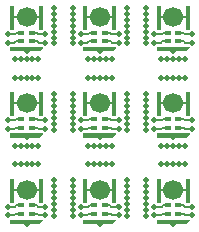
<source format=gbl>
G04 #@! TF.GenerationSoftware,KiCad,Pcbnew,5.0.2-bee76a0~70~ubuntu18.04.1*
G04 #@! TF.CreationDate,2018-12-08T03:46:04+01:00*
G04 #@! TF.ProjectId,simic2matrix_panel_3x3,73696d69-6332-46d6-9174-7269785f7061,rev?*
G04 #@! TF.SameCoordinates,Original*
G04 #@! TF.FileFunction,Copper,L2,Bot*
G04 #@! TF.FilePolarity,Positive*
%FSLAX46Y46*%
G04 Gerber Fmt 4.6, Leading zero omitted, Abs format (unit mm)*
G04 Created by KiCad (PCBNEW 5.0.2-bee76a0~70~ubuntu18.04.1) date Sat 08 Dec 2018 03:46:04 CET*
%MOMM*%
%LPD*%
G01*
G04 APERTURE LIST*
G04 #@! TA.AperFunction,SMDPad,CuDef*
%ADD10R,0.600000X0.400000*%
G04 #@! TD*
G04 #@! TA.AperFunction,ViaPad*
%ADD11C,1.700000*%
G04 #@! TD*
G04 #@! TA.AperFunction,SMDPad,CuDef*
%ADD12C,0.350000*%
G04 #@! TD*
G04 #@! TA.AperFunction,Conductor*
%ADD13C,0.100000*%
G04 #@! TD*
G04 #@! TA.AperFunction,SMDPad,CuDef*
%ADD14R,0.350000X2.000000*%
G04 #@! TD*
G04 #@! TA.AperFunction,ViaPad*
%ADD15C,0.500000*%
G04 #@! TD*
G04 #@! TA.AperFunction,Conductor*
%ADD16C,0.152400*%
G04 #@! TD*
G04 APERTURE END LIST*
D10*
G04 #@! TO.P,U1,1*
G04 #@! TO.N,Net-(U1-Pad1)*
X124950000Y-123870000D03*
G04 #@! TO.P,U1,4*
G04 #@! TO.N,Net-(U1-Pad4)*
X124050000Y-123870000D03*
G04 #@! TO.P,U1,2*
G04 #@! TO.N,Net-(U1-Pad2)*
X124950000Y-123170000D03*
G04 #@! TO.P,U1,3*
G04 #@! TO.N,Net-(U1-Pad3)*
X124050000Y-123170000D03*
D11*
G04 #@! TD*
G04 #@! TO.N,GND*
G04 #@! TO.C,U1*
X124500000Y-121820000D03*
D12*
G04 #@! TO.P,U1,5*
G04 #@! TO.N,GND*
X124325000Y-124545000D03*
D13*
G04 #@! TD*
G04 #@! TO.N,GND*
G04 #@! TO.C,U1*
G36*
X125900000Y-124370000D02*
X125900000Y-124420000D01*
X125600000Y-124720000D01*
X123100000Y-124720000D01*
X123100000Y-124370000D01*
X125900000Y-124370000D01*
X125900000Y-124370000D01*
G37*
D14*
G04 #@! TO.P,U1,5*
G04 #@! TO.N,GND*
X125725000Y-121920000D03*
X123275000Y-121920000D03*
G04 #@! TD*
D10*
G04 #@! TO.P,U1,1*
G04 #@! TO.N,Net-(U1-Pad1)*
X118750000Y-123870000D03*
G04 #@! TO.P,U1,4*
G04 #@! TO.N,Net-(U1-Pad4)*
X117850000Y-123870000D03*
G04 #@! TO.P,U1,2*
G04 #@! TO.N,Net-(U1-Pad2)*
X118750000Y-123170000D03*
G04 #@! TO.P,U1,3*
G04 #@! TO.N,Net-(U1-Pad3)*
X117850000Y-123170000D03*
D11*
G04 #@! TD*
G04 #@! TO.N,GND*
G04 #@! TO.C,U1*
X118300000Y-121820000D03*
D12*
G04 #@! TO.P,U1,5*
G04 #@! TO.N,GND*
X118125000Y-124545000D03*
D13*
G04 #@! TD*
G04 #@! TO.N,GND*
G04 #@! TO.C,U1*
G36*
X119700000Y-124370000D02*
X119700000Y-124420000D01*
X119400000Y-124720000D01*
X116900000Y-124720000D01*
X116900000Y-124370000D01*
X119700000Y-124370000D01*
X119700000Y-124370000D01*
G37*
D14*
G04 #@! TO.P,U1,5*
G04 #@! TO.N,GND*
X119525000Y-121920000D03*
X117075000Y-121920000D03*
G04 #@! TD*
D10*
G04 #@! TO.P,U1,1*
G04 #@! TO.N,Net-(U1-Pad1)*
X112550000Y-123870000D03*
G04 #@! TO.P,U1,4*
G04 #@! TO.N,Net-(U1-Pad4)*
X111650000Y-123870000D03*
G04 #@! TO.P,U1,2*
G04 #@! TO.N,Net-(U1-Pad2)*
X112550000Y-123170000D03*
G04 #@! TO.P,U1,3*
G04 #@! TO.N,Net-(U1-Pad3)*
X111650000Y-123170000D03*
D11*
G04 #@! TD*
G04 #@! TO.N,GND*
G04 #@! TO.C,U1*
X112100000Y-121820000D03*
D12*
G04 #@! TO.P,U1,5*
G04 #@! TO.N,GND*
X111925000Y-124545000D03*
D13*
G04 #@! TD*
G04 #@! TO.N,GND*
G04 #@! TO.C,U1*
G36*
X113500000Y-124370000D02*
X113500000Y-124420000D01*
X113200000Y-124720000D01*
X110700000Y-124720000D01*
X110700000Y-124370000D01*
X113500000Y-124370000D01*
X113500000Y-124370000D01*
G37*
D14*
G04 #@! TO.P,U1,5*
G04 #@! TO.N,GND*
X113325000Y-121920000D03*
X110875000Y-121920000D03*
G04 #@! TD*
D10*
G04 #@! TO.P,U1,1*
G04 #@! TO.N,Net-(U1-Pad1)*
X124950000Y-116570000D03*
G04 #@! TO.P,U1,4*
G04 #@! TO.N,Net-(U1-Pad4)*
X124050000Y-116570000D03*
G04 #@! TO.P,U1,2*
G04 #@! TO.N,Net-(U1-Pad2)*
X124950000Y-115870000D03*
G04 #@! TO.P,U1,3*
G04 #@! TO.N,Net-(U1-Pad3)*
X124050000Y-115870000D03*
D11*
G04 #@! TD*
G04 #@! TO.N,GND*
G04 #@! TO.C,U1*
X124500000Y-114520000D03*
D12*
G04 #@! TO.P,U1,5*
G04 #@! TO.N,GND*
X124325000Y-117245000D03*
D13*
G04 #@! TD*
G04 #@! TO.N,GND*
G04 #@! TO.C,U1*
G36*
X125900000Y-117070000D02*
X125900000Y-117120000D01*
X125600000Y-117420000D01*
X123100000Y-117420000D01*
X123100000Y-117070000D01*
X125900000Y-117070000D01*
X125900000Y-117070000D01*
G37*
D14*
G04 #@! TO.P,U1,5*
G04 #@! TO.N,GND*
X125725000Y-114620000D03*
X123275000Y-114620000D03*
G04 #@! TD*
D10*
G04 #@! TO.P,U1,1*
G04 #@! TO.N,Net-(U1-Pad1)*
X118750000Y-116570000D03*
G04 #@! TO.P,U1,4*
G04 #@! TO.N,Net-(U1-Pad4)*
X117850000Y-116570000D03*
G04 #@! TO.P,U1,2*
G04 #@! TO.N,Net-(U1-Pad2)*
X118750000Y-115870000D03*
G04 #@! TO.P,U1,3*
G04 #@! TO.N,Net-(U1-Pad3)*
X117850000Y-115870000D03*
D11*
G04 #@! TD*
G04 #@! TO.N,GND*
G04 #@! TO.C,U1*
X118300000Y-114520000D03*
D12*
G04 #@! TO.P,U1,5*
G04 #@! TO.N,GND*
X118125000Y-117245000D03*
D13*
G04 #@! TD*
G04 #@! TO.N,GND*
G04 #@! TO.C,U1*
G36*
X119700000Y-117070000D02*
X119700000Y-117120000D01*
X119400000Y-117420000D01*
X116900000Y-117420000D01*
X116900000Y-117070000D01*
X119700000Y-117070000D01*
X119700000Y-117070000D01*
G37*
D14*
G04 #@! TO.P,U1,5*
G04 #@! TO.N,GND*
X119525000Y-114620000D03*
X117075000Y-114620000D03*
G04 #@! TD*
D10*
G04 #@! TO.P,U1,1*
G04 #@! TO.N,Net-(U1-Pad1)*
X112550000Y-116570000D03*
G04 #@! TO.P,U1,4*
G04 #@! TO.N,Net-(U1-Pad4)*
X111650000Y-116570000D03*
G04 #@! TO.P,U1,2*
G04 #@! TO.N,Net-(U1-Pad2)*
X112550000Y-115870000D03*
G04 #@! TO.P,U1,3*
G04 #@! TO.N,Net-(U1-Pad3)*
X111650000Y-115870000D03*
D11*
G04 #@! TD*
G04 #@! TO.N,GND*
G04 #@! TO.C,U1*
X112100000Y-114520000D03*
D12*
G04 #@! TO.P,U1,5*
G04 #@! TO.N,GND*
X111925000Y-117245000D03*
D13*
G04 #@! TD*
G04 #@! TO.N,GND*
G04 #@! TO.C,U1*
G36*
X113500000Y-117070000D02*
X113500000Y-117120000D01*
X113200000Y-117420000D01*
X110700000Y-117420000D01*
X110700000Y-117070000D01*
X113500000Y-117070000D01*
X113500000Y-117070000D01*
G37*
D14*
G04 #@! TO.P,U1,5*
G04 #@! TO.N,GND*
X113325000Y-114620000D03*
X110875000Y-114620000D03*
G04 #@! TD*
D10*
G04 #@! TO.P,U1,1*
G04 #@! TO.N,Net-(U1-Pad1)*
X124950000Y-109270000D03*
G04 #@! TO.P,U1,4*
G04 #@! TO.N,Net-(U1-Pad4)*
X124050000Y-109270000D03*
G04 #@! TO.P,U1,2*
G04 #@! TO.N,Net-(U1-Pad2)*
X124950000Y-108570000D03*
G04 #@! TO.P,U1,3*
G04 #@! TO.N,Net-(U1-Pad3)*
X124050000Y-108570000D03*
D11*
G04 #@! TD*
G04 #@! TO.N,GND*
G04 #@! TO.C,U1*
X124500000Y-107220000D03*
D12*
G04 #@! TO.P,U1,5*
G04 #@! TO.N,GND*
X124325000Y-109945000D03*
D13*
G04 #@! TD*
G04 #@! TO.N,GND*
G04 #@! TO.C,U1*
G36*
X125900000Y-109770000D02*
X125900000Y-109820000D01*
X125600000Y-110120000D01*
X123100000Y-110120000D01*
X123100000Y-109770000D01*
X125900000Y-109770000D01*
X125900000Y-109770000D01*
G37*
D14*
G04 #@! TO.P,U1,5*
G04 #@! TO.N,GND*
X125725000Y-107320000D03*
X123275000Y-107320000D03*
G04 #@! TD*
D10*
G04 #@! TO.P,U1,1*
G04 #@! TO.N,Net-(U1-Pad1)*
X118750000Y-109270000D03*
G04 #@! TO.P,U1,4*
G04 #@! TO.N,Net-(U1-Pad4)*
X117850000Y-109270000D03*
G04 #@! TO.P,U1,2*
G04 #@! TO.N,Net-(U1-Pad2)*
X118750000Y-108570000D03*
G04 #@! TO.P,U1,3*
G04 #@! TO.N,Net-(U1-Pad3)*
X117850000Y-108570000D03*
D11*
G04 #@! TD*
G04 #@! TO.N,GND*
G04 #@! TO.C,U1*
X118300000Y-107220000D03*
D12*
G04 #@! TO.P,U1,5*
G04 #@! TO.N,GND*
X118125000Y-109945000D03*
D13*
G04 #@! TD*
G04 #@! TO.N,GND*
G04 #@! TO.C,U1*
G36*
X119700000Y-109770000D02*
X119700000Y-109820000D01*
X119400000Y-110120000D01*
X116900000Y-110120000D01*
X116900000Y-109770000D01*
X119700000Y-109770000D01*
X119700000Y-109770000D01*
G37*
D14*
G04 #@! TO.P,U1,5*
G04 #@! TO.N,GND*
X119525000Y-107320000D03*
X117075000Y-107320000D03*
G04 #@! TD*
D10*
G04 #@! TO.P,U1,1*
G04 #@! TO.N,Net-(U1-Pad1)*
X112550000Y-109270000D03*
G04 #@! TO.P,U1,4*
G04 #@! TO.N,Net-(U1-Pad4)*
X111650000Y-109270000D03*
G04 #@! TO.P,U1,2*
G04 #@! TO.N,Net-(U1-Pad2)*
X112550000Y-108570000D03*
G04 #@! TO.P,U1,3*
G04 #@! TO.N,Net-(U1-Pad3)*
X111650000Y-108570000D03*
D11*
G04 #@! TD*
G04 #@! TO.N,GND*
G04 #@! TO.C,U1*
X112100000Y-107220000D03*
D12*
G04 #@! TO.P,U1,5*
G04 #@! TO.N,GND*
X111925000Y-109945000D03*
D13*
G04 #@! TD*
G04 #@! TO.N,GND*
G04 #@! TO.C,U1*
G36*
X113500000Y-109770000D02*
X113500000Y-109820000D01*
X113200000Y-110120000D01*
X110700000Y-110120000D01*
X110700000Y-109770000D01*
X113500000Y-109770000D01*
X113500000Y-109770000D01*
G37*
D14*
G04 #@! TO.P,U1,5*
G04 #@! TO.N,GND*
X113325000Y-107320000D03*
X110875000Y-107320000D03*
G04 #@! TD*
D15*
G04 #@! TO.N,*
X112100000Y-112400000D03*
X118300000Y-112400000D03*
X124500000Y-112400000D03*
X112100000Y-119700000D03*
X118300000Y-119700000D03*
X124500000Y-119700000D03*
X111100000Y-110800000D03*
X117300000Y-110800000D03*
X123500000Y-110800000D03*
X111100000Y-118100000D03*
X117300000Y-118100000D03*
X123500000Y-118100000D03*
X116000000Y-106950000D03*
X122200000Y-106950000D03*
X116000000Y-114250000D03*
X122200000Y-114250000D03*
X116000000Y-121550000D03*
X122200000Y-121550000D03*
X112600000Y-110800000D03*
X118800000Y-110800000D03*
X125000000Y-110800000D03*
X112600000Y-118100000D03*
X118800000Y-118100000D03*
X125000000Y-118100000D03*
X111600000Y-110800000D03*
X117800000Y-110800000D03*
X124000000Y-110800000D03*
X111600000Y-118100000D03*
X117800000Y-118100000D03*
X124000000Y-118100000D03*
X116000000Y-108950000D03*
X122200000Y-108950000D03*
X116000000Y-116250000D03*
X122200000Y-116250000D03*
X116000000Y-123550000D03*
X122200000Y-123550000D03*
X114400000Y-109450000D03*
X120600000Y-109450000D03*
X114400000Y-116750000D03*
X120600000Y-116750000D03*
X114400000Y-124050000D03*
X120600000Y-124050000D03*
X114400000Y-106450000D03*
X120600000Y-106450000D03*
X114400000Y-113750000D03*
X120600000Y-113750000D03*
X114400000Y-121050000D03*
X120600000Y-121050000D03*
X116000000Y-108450000D03*
X122200000Y-108450000D03*
X116000000Y-115750000D03*
X122200000Y-115750000D03*
X116000000Y-123050000D03*
X122200000Y-123050000D03*
X114400000Y-106950000D03*
X120600000Y-106950000D03*
X114400000Y-114250000D03*
X120600000Y-114250000D03*
X114400000Y-121550000D03*
X120600000Y-121550000D03*
X112600000Y-112400000D03*
X118800000Y-112400000D03*
X125000000Y-112400000D03*
X112600000Y-119700000D03*
X118800000Y-119700000D03*
X125000000Y-119700000D03*
X111100000Y-110800000D03*
X117300000Y-110800000D03*
X123500000Y-110800000D03*
X111100000Y-118100000D03*
X117300000Y-118100000D03*
X123500000Y-118100000D03*
X113100000Y-110800000D03*
X119300000Y-110800000D03*
X125500000Y-110800000D03*
X113100000Y-118100000D03*
X119300000Y-118100000D03*
X125500000Y-118100000D03*
X111600000Y-112400000D03*
X117800000Y-112400000D03*
X124000000Y-112400000D03*
X111600000Y-119700000D03*
X117800000Y-119700000D03*
X124000000Y-119700000D03*
X111100000Y-112400000D03*
X117300000Y-112400000D03*
X123500000Y-112400000D03*
X111100000Y-119700000D03*
X117300000Y-119700000D03*
X123500000Y-119700000D03*
X114400000Y-108450000D03*
X120600000Y-108450000D03*
X114400000Y-115750000D03*
X120600000Y-115750000D03*
X114400000Y-123050000D03*
X120600000Y-123050000D03*
X112100000Y-110800000D03*
X118300000Y-110800000D03*
X124500000Y-110800000D03*
X112100000Y-118100000D03*
X118300000Y-118100000D03*
X124500000Y-118100000D03*
X116000000Y-106450000D03*
X122200000Y-106450000D03*
X116000000Y-113750000D03*
X122200000Y-113750000D03*
X116000000Y-121050000D03*
X122200000Y-121050000D03*
X116000000Y-107450000D03*
X122200000Y-107450000D03*
X116000000Y-114750000D03*
X122200000Y-114750000D03*
X116000000Y-122050000D03*
X122200000Y-122050000D03*
X116000000Y-107950000D03*
X122200000Y-107950000D03*
X116000000Y-115250000D03*
X122200000Y-115250000D03*
X116000000Y-122550000D03*
X122200000Y-122550000D03*
X114400000Y-107950000D03*
X120600000Y-107950000D03*
X114400000Y-115250000D03*
X120600000Y-115250000D03*
X114400000Y-122550000D03*
X120600000Y-122550000D03*
X114400000Y-107450000D03*
X120600000Y-107450000D03*
X114400000Y-114750000D03*
X120600000Y-114750000D03*
X114400000Y-122050000D03*
X120600000Y-122050000D03*
X113100000Y-112400000D03*
X119300000Y-112400000D03*
X125500000Y-112400000D03*
X113100000Y-119700000D03*
X119300000Y-119700000D03*
X125500000Y-119700000D03*
X111100000Y-110800000D03*
X117300000Y-110800000D03*
X123500000Y-110800000D03*
X111100000Y-118100000D03*
X117300000Y-118100000D03*
X123500000Y-118100000D03*
X114400000Y-108950000D03*
X120600000Y-108950000D03*
X114400000Y-116250000D03*
X120600000Y-116250000D03*
X114400000Y-123550000D03*
X120600000Y-123550000D03*
X116000000Y-109450000D03*
X122200000Y-109450000D03*
X116000000Y-116750000D03*
X122200000Y-116750000D03*
X116000000Y-124050000D03*
X122200000Y-124050000D03*
G04 #@! TO.N,Net-(U1-Pad2)*
X113697599Y-108670558D03*
X119897599Y-108670558D03*
X126097599Y-108670558D03*
X113697599Y-115970558D03*
X119897599Y-115970558D03*
X126097599Y-115970558D03*
X113697599Y-123270558D03*
X119897599Y-123270558D03*
X126097599Y-123270558D03*
G04 #@! TO.N,Net-(U1-Pad4)*
X110502400Y-109400000D03*
X116702400Y-109400000D03*
X122902400Y-109400000D03*
X110502400Y-116700000D03*
X116702400Y-116700000D03*
X122902400Y-116700000D03*
X110502400Y-124000000D03*
X116702400Y-124000000D03*
X122902400Y-124000000D03*
G04 #@! TO.N,Net-(U1-Pad3)*
X110502418Y-108670566D03*
X116702418Y-108670566D03*
X122902418Y-108670566D03*
X110502418Y-115970566D03*
X116702418Y-115970566D03*
X122902418Y-115970566D03*
X110502418Y-123270566D03*
X116702418Y-123270566D03*
X122902418Y-123270566D03*
G04 #@! TO.N,Net-(U1-Pad1)*
X113697600Y-109400000D03*
X119897600Y-109400000D03*
X126097600Y-109400000D03*
X113697600Y-116700000D03*
X119897600Y-116700000D03*
X126097600Y-116700000D03*
X113697600Y-124000000D03*
X119897600Y-124000000D03*
X126097600Y-124000000D03*
G04 #@! TO.N,GND*
X112100000Y-110097600D03*
X118300000Y-110097600D03*
X124500000Y-110097600D03*
X112100000Y-117397600D03*
X118300000Y-117397600D03*
X124500000Y-117397600D03*
X112100000Y-124697600D03*
X118300000Y-124697600D03*
X124500000Y-124697600D03*
G04 #@! TD*
D16*
G04 #@! TO.N,Net-(U1-Pad2)*
X112970000Y-108570000D02*
X112550000Y-108570000D01*
X119170000Y-108570000D02*
X118750000Y-108570000D01*
X125370000Y-108570000D02*
X124950000Y-108570000D01*
X112970000Y-115870000D02*
X112550000Y-115870000D01*
X119170000Y-115870000D02*
X118750000Y-115870000D01*
X125370000Y-115870000D02*
X124950000Y-115870000D01*
X112970000Y-123170000D02*
X112550000Y-123170000D01*
X119170000Y-123170000D02*
X118750000Y-123170000D01*
X125370000Y-123170000D02*
X124950000Y-123170000D01*
X113597041Y-108570000D02*
X113697599Y-108670558D01*
X119797041Y-108570000D02*
X119897599Y-108670558D01*
X125997041Y-108570000D02*
X126097599Y-108670558D01*
X113597041Y-115870000D02*
X113697599Y-115970558D01*
X119797041Y-115870000D02*
X119897599Y-115970558D01*
X125997041Y-115870000D02*
X126097599Y-115970558D01*
X113597041Y-123170000D02*
X113697599Y-123270558D01*
X119797041Y-123170000D02*
X119897599Y-123270558D01*
X125997041Y-123170000D02*
X126097599Y-123270558D01*
X113070558Y-108670558D02*
X112970000Y-108570000D01*
X119270558Y-108670558D02*
X119170000Y-108570000D01*
X125470558Y-108670558D02*
X125370000Y-108570000D01*
X113070558Y-115970558D02*
X112970000Y-115870000D01*
X119270558Y-115970558D02*
X119170000Y-115870000D01*
X125470558Y-115970558D02*
X125370000Y-115870000D01*
X113070558Y-123270558D02*
X112970000Y-123170000D01*
X119270558Y-123270558D02*
X119170000Y-123170000D01*
X125470558Y-123270558D02*
X125370000Y-123170000D01*
X113697599Y-108670558D02*
X113070558Y-108670558D01*
X119897599Y-108670558D02*
X119270558Y-108670558D01*
X126097599Y-108670558D02*
X125470558Y-108670558D01*
X113697599Y-115970558D02*
X113070558Y-115970558D01*
X119897599Y-115970558D02*
X119270558Y-115970558D01*
X126097599Y-115970558D02*
X125470558Y-115970558D01*
X113697599Y-123270558D02*
X113070558Y-123270558D01*
X119897599Y-123270558D02*
X119270558Y-123270558D01*
X126097599Y-123270558D02*
X125470558Y-123270558D01*
G04 #@! TO.N,Net-(U1-Pad4)*
X111050000Y-109400000D02*
X111180000Y-109270000D01*
X117250000Y-109400000D02*
X117380000Y-109270000D01*
X123450000Y-109400000D02*
X123580000Y-109270000D01*
X111050000Y-116700000D02*
X111180000Y-116570000D01*
X117250000Y-116700000D02*
X117380000Y-116570000D01*
X123450000Y-116700000D02*
X123580000Y-116570000D01*
X111050000Y-124000000D02*
X111180000Y-123870000D01*
X117250000Y-124000000D02*
X117380000Y-123870000D01*
X123450000Y-124000000D02*
X123580000Y-123870000D01*
X111180000Y-109270000D02*
X111650000Y-109270000D01*
X117380000Y-109270000D02*
X117850000Y-109270000D01*
X123580000Y-109270000D02*
X124050000Y-109270000D01*
X111180000Y-116570000D02*
X111650000Y-116570000D01*
X117380000Y-116570000D02*
X117850000Y-116570000D01*
X123580000Y-116570000D02*
X124050000Y-116570000D01*
X111180000Y-123870000D02*
X111650000Y-123870000D01*
X117380000Y-123870000D02*
X117850000Y-123870000D01*
X123580000Y-123870000D02*
X124050000Y-123870000D01*
X110502400Y-109400000D02*
X111050000Y-109400000D01*
X116702400Y-109400000D02*
X117250000Y-109400000D01*
X122902400Y-109400000D02*
X123450000Y-109400000D01*
X110502400Y-116700000D02*
X111050000Y-116700000D01*
X116702400Y-116700000D02*
X117250000Y-116700000D01*
X122902400Y-116700000D02*
X123450000Y-116700000D01*
X110502400Y-124000000D02*
X111050000Y-124000000D01*
X116702400Y-124000000D02*
X117250000Y-124000000D01*
X122902400Y-124000000D02*
X123450000Y-124000000D01*
G04 #@! TO.N,Net-(U1-Pad3)*
X111129434Y-108670566D02*
X111230000Y-108570000D01*
X117329434Y-108670566D02*
X117430000Y-108570000D01*
X123529434Y-108670566D02*
X123630000Y-108570000D01*
X111129434Y-115970566D02*
X111230000Y-115870000D01*
X117329434Y-115970566D02*
X117430000Y-115870000D01*
X123529434Y-115970566D02*
X123630000Y-115870000D01*
X111129434Y-123270566D02*
X111230000Y-123170000D01*
X117329434Y-123270566D02*
X117430000Y-123170000D01*
X123529434Y-123270566D02*
X123630000Y-123170000D01*
X111230000Y-108570000D02*
X111650000Y-108570000D01*
X117430000Y-108570000D02*
X117850000Y-108570000D01*
X123630000Y-108570000D02*
X124050000Y-108570000D01*
X111230000Y-115870000D02*
X111650000Y-115870000D01*
X117430000Y-115870000D02*
X117850000Y-115870000D01*
X123630000Y-115870000D02*
X124050000Y-115870000D01*
X111230000Y-123170000D02*
X111650000Y-123170000D01*
X117430000Y-123170000D02*
X117850000Y-123170000D01*
X123630000Y-123170000D02*
X124050000Y-123170000D01*
X110502418Y-108670566D02*
X111129434Y-108670566D01*
X116702418Y-108670566D02*
X117329434Y-108670566D01*
X122902418Y-108670566D02*
X123529434Y-108670566D01*
X110502418Y-115970566D02*
X111129434Y-115970566D01*
X116702418Y-115970566D02*
X117329434Y-115970566D01*
X122902418Y-115970566D02*
X123529434Y-115970566D01*
X110502418Y-123270566D02*
X111129434Y-123270566D01*
X116702418Y-123270566D02*
X117329434Y-123270566D01*
X122902418Y-123270566D02*
X123529434Y-123270566D01*
G04 #@! TO.N,Net-(U1-Pad1)*
X113150000Y-109400000D02*
X113020000Y-109270000D01*
X119350000Y-109400000D02*
X119220000Y-109270000D01*
X125550000Y-109400000D02*
X125420000Y-109270000D01*
X113150000Y-116700000D02*
X113020000Y-116570000D01*
X119350000Y-116700000D02*
X119220000Y-116570000D01*
X125550000Y-116700000D02*
X125420000Y-116570000D01*
X113150000Y-124000000D02*
X113020000Y-123870000D01*
X119350000Y-124000000D02*
X119220000Y-123870000D01*
X125550000Y-124000000D02*
X125420000Y-123870000D01*
X113697600Y-109400000D02*
X113150000Y-109400000D01*
X119897600Y-109400000D02*
X119350000Y-109400000D01*
X126097600Y-109400000D02*
X125550000Y-109400000D01*
X113697600Y-116700000D02*
X113150000Y-116700000D01*
X119897600Y-116700000D02*
X119350000Y-116700000D01*
X126097600Y-116700000D02*
X125550000Y-116700000D01*
X113697600Y-124000000D02*
X113150000Y-124000000D01*
X119897600Y-124000000D02*
X119350000Y-124000000D01*
X126097600Y-124000000D02*
X125550000Y-124000000D01*
X113020000Y-109270000D02*
X112550000Y-109270000D01*
X119220000Y-109270000D02*
X118750000Y-109270000D01*
X125420000Y-109270000D02*
X124950000Y-109270000D01*
X113020000Y-116570000D02*
X112550000Y-116570000D01*
X119220000Y-116570000D02*
X118750000Y-116570000D01*
X125420000Y-116570000D02*
X124950000Y-116570000D01*
X113020000Y-123870000D02*
X112550000Y-123870000D01*
X119220000Y-123870000D02*
X118750000Y-123870000D01*
X125420000Y-123870000D02*
X124950000Y-123870000D01*
G04 #@! TO.N,GND*
X110975000Y-107220000D02*
X110875000Y-107320000D01*
X117175000Y-107220000D02*
X117075000Y-107320000D01*
X123375000Y-107220000D02*
X123275000Y-107320000D01*
X110975000Y-114520000D02*
X110875000Y-114620000D01*
X117175000Y-114520000D02*
X117075000Y-114620000D01*
X123375000Y-114520000D02*
X123275000Y-114620000D01*
X110975000Y-121820000D02*
X110875000Y-121920000D01*
X117175000Y-121820000D02*
X117075000Y-121920000D01*
X123375000Y-121820000D02*
X123275000Y-121920000D01*
X112100000Y-107220000D02*
X113225000Y-107220000D01*
X118300000Y-107220000D02*
X119425000Y-107220000D01*
X124500000Y-107220000D02*
X125625000Y-107220000D01*
X112100000Y-114520000D02*
X113225000Y-114520000D01*
X118300000Y-114520000D02*
X119425000Y-114520000D01*
X124500000Y-114520000D02*
X125625000Y-114520000D01*
X112100000Y-121820000D02*
X113225000Y-121820000D01*
X118300000Y-121820000D02*
X119425000Y-121820000D01*
X124500000Y-121820000D02*
X125625000Y-121820000D01*
X113225000Y-107220000D02*
X113325000Y-107320000D01*
X119425000Y-107220000D02*
X119525000Y-107320000D01*
X125625000Y-107220000D02*
X125725000Y-107320000D01*
X113225000Y-114520000D02*
X113325000Y-114620000D01*
X119425000Y-114520000D02*
X119525000Y-114620000D01*
X125625000Y-114520000D02*
X125725000Y-114620000D01*
X113225000Y-121820000D02*
X113325000Y-121920000D01*
X119425000Y-121820000D02*
X119525000Y-121920000D01*
X125625000Y-121820000D02*
X125725000Y-121920000D01*
X112100000Y-107220000D02*
X110975000Y-107220000D01*
X118300000Y-107220000D02*
X117175000Y-107220000D01*
X124500000Y-107220000D02*
X123375000Y-107220000D01*
X112100000Y-114520000D02*
X110975000Y-114520000D01*
X118300000Y-114520000D02*
X117175000Y-114520000D01*
X124500000Y-114520000D02*
X123375000Y-114520000D01*
X112100000Y-121820000D02*
X110975000Y-121820000D01*
X118300000Y-121820000D02*
X117175000Y-121820000D01*
X124500000Y-121820000D02*
X123375000Y-121820000D01*
G04 #@! TD*
M02*

</source>
